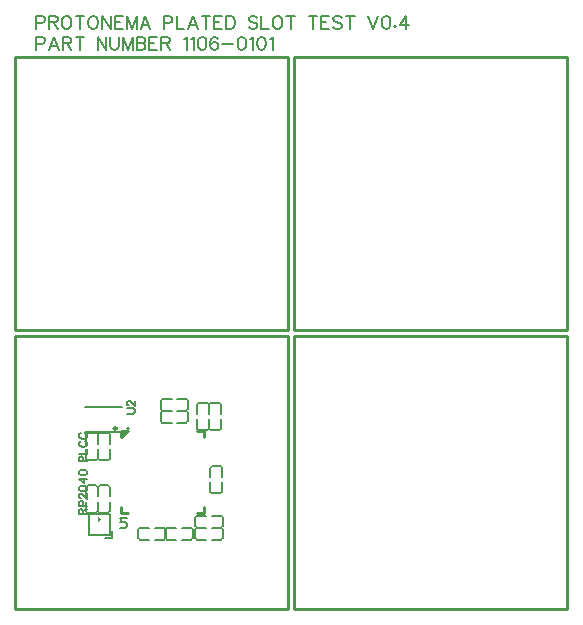
<source format=gto>
G04 Layer: TopSilkscreenLayer*
G04 Panelize: , Column: 2, Row: 2, Board Size: 58.42mm x 58.42mm, Panelized Board Size: 118.84mm x 118.84mm*
G04 EasyEDA v6.5.34, 2023-08-21 18:11:39*
G04 a2cfa06f5d3c446ba3be34bd05ffaa75,5a6b42c53f6a479593ecc07194224c93,10*
G04 Gerber Generator version 0.2*
G04 Scale: 100 percent, Rotated: No, Reflected: No *
G04 Dimensions in millimeters *
G04 leading zeros omitted , absolute positions ,4 integer and 5 decimal *
%FSLAX45Y45*%
%MOMM*%

%ADD10C,0.1524*%
%ADD11C,0.1270*%
%ADD12C,0.2540*%
%ADD13C,0.2000*%

%LPD*%
D10*
X762000Y5423915D02*
G01*
X762000Y5314950D01*
X762000Y5423915D02*
G01*
X808736Y5423915D01*
X824229Y5418836D01*
X829563Y5413502D01*
X834644Y5403087D01*
X834644Y5387594D01*
X829563Y5377179D01*
X824229Y5372100D01*
X808736Y5366765D01*
X762000Y5366765D01*
X910589Y5423915D02*
G01*
X868934Y5314950D01*
X910589Y5423915D02*
G01*
X952245Y5314950D01*
X884681Y5351271D02*
G01*
X936497Y5351271D01*
X986536Y5423915D02*
G01*
X986536Y5314950D01*
X986536Y5423915D02*
G01*
X1033271Y5423915D01*
X1048765Y5418836D01*
X1054100Y5413502D01*
X1059179Y5403087D01*
X1059179Y5392673D01*
X1054100Y5382260D01*
X1048765Y5377179D01*
X1033271Y5372100D01*
X986536Y5372100D01*
X1022857Y5372100D02*
G01*
X1059179Y5314950D01*
X1129792Y5423915D02*
G01*
X1129792Y5314950D01*
X1093470Y5423915D02*
G01*
X1166113Y5423915D01*
X1280413Y5423915D02*
G01*
X1280413Y5314950D01*
X1280413Y5423915D02*
G01*
X1353312Y5314950D01*
X1353312Y5423915D02*
G01*
X1353312Y5314950D01*
X1387602Y5423915D02*
G01*
X1387602Y5345937D01*
X1392681Y5330444D01*
X1403095Y5320029D01*
X1418589Y5314950D01*
X1429004Y5314950D01*
X1444752Y5320029D01*
X1455165Y5330444D01*
X1460245Y5345937D01*
X1460245Y5423915D01*
X1494536Y5423915D02*
G01*
X1494536Y5314950D01*
X1494536Y5423915D02*
G01*
X1536192Y5314950D01*
X1577594Y5423915D02*
G01*
X1536192Y5314950D01*
X1577594Y5423915D02*
G01*
X1577594Y5314950D01*
X1611884Y5423915D02*
G01*
X1611884Y5314950D01*
X1611884Y5423915D02*
G01*
X1658620Y5423915D01*
X1674368Y5418836D01*
X1679447Y5413502D01*
X1684781Y5403087D01*
X1684781Y5392673D01*
X1679447Y5382260D01*
X1674368Y5377179D01*
X1658620Y5372100D01*
X1611884Y5372100D02*
G01*
X1658620Y5372100D01*
X1674368Y5366765D01*
X1679447Y5361686D01*
X1684781Y5351271D01*
X1684781Y5335523D01*
X1679447Y5325110D01*
X1674368Y5320029D01*
X1658620Y5314950D01*
X1611884Y5314950D01*
X1719071Y5423915D02*
G01*
X1719071Y5314950D01*
X1719071Y5423915D02*
G01*
X1786636Y5423915D01*
X1719071Y5372100D02*
G01*
X1760473Y5372100D01*
X1719071Y5314950D02*
G01*
X1786636Y5314950D01*
X1820926Y5423915D02*
G01*
X1820926Y5314950D01*
X1820926Y5423915D02*
G01*
X1867662Y5423915D01*
X1883155Y5418836D01*
X1888489Y5413502D01*
X1893570Y5403087D01*
X1893570Y5392673D01*
X1888489Y5382260D01*
X1883155Y5377179D01*
X1867662Y5372100D01*
X1820926Y5372100D01*
X1857247Y5372100D02*
G01*
X1893570Y5314950D01*
X2007870Y5403087D02*
G01*
X2018284Y5408421D01*
X2033777Y5423915D01*
X2033777Y5314950D01*
X2068068Y5403087D02*
G01*
X2078481Y5408421D01*
X2094229Y5423915D01*
X2094229Y5314950D01*
X2159508Y5423915D02*
G01*
X2144013Y5418836D01*
X2133600Y5403087D01*
X2128520Y5377179D01*
X2128520Y5361686D01*
X2133600Y5335523D01*
X2144013Y5320029D01*
X2159508Y5314950D01*
X2169922Y5314950D01*
X2185670Y5320029D01*
X2195829Y5335523D01*
X2201163Y5361686D01*
X2201163Y5377179D01*
X2195829Y5403087D01*
X2185670Y5418836D01*
X2169922Y5423915D01*
X2159508Y5423915D01*
X2297684Y5408421D02*
G01*
X2292604Y5418836D01*
X2277109Y5423915D01*
X2266695Y5423915D01*
X2250947Y5418836D01*
X2240534Y5403087D01*
X2235454Y5377179D01*
X2235454Y5351271D01*
X2240534Y5330444D01*
X2250947Y5320029D01*
X2266695Y5314950D01*
X2271775Y5314950D01*
X2287270Y5320029D01*
X2297684Y5330444D01*
X2303018Y5345937D01*
X2303018Y5351271D01*
X2297684Y5366765D01*
X2287270Y5377179D01*
X2271775Y5382260D01*
X2266695Y5382260D01*
X2250947Y5377179D01*
X2240534Y5366765D01*
X2235454Y5351271D01*
X2337308Y5361686D02*
G01*
X2430779Y5361686D01*
X2496311Y5423915D02*
G01*
X2480563Y5418836D01*
X2470150Y5403087D01*
X2465070Y5377179D01*
X2465070Y5361686D01*
X2470150Y5335523D01*
X2480563Y5320029D01*
X2496311Y5314950D01*
X2506725Y5314950D01*
X2522220Y5320029D01*
X2532634Y5335523D01*
X2537713Y5361686D01*
X2537713Y5377179D01*
X2532634Y5403087D01*
X2522220Y5418836D01*
X2506725Y5423915D01*
X2496311Y5423915D01*
X2572004Y5403087D02*
G01*
X2582418Y5408421D01*
X2598165Y5423915D01*
X2598165Y5314950D01*
X2663443Y5423915D02*
G01*
X2647950Y5418836D01*
X2637536Y5403087D01*
X2632456Y5377179D01*
X2632456Y5361686D01*
X2637536Y5335523D01*
X2647950Y5320029D01*
X2663443Y5314950D01*
X2673858Y5314950D01*
X2689606Y5320029D01*
X2700020Y5335523D01*
X2705100Y5361686D01*
X2705100Y5377179D01*
X2700020Y5403087D01*
X2689606Y5418836D01*
X2673858Y5423915D01*
X2663443Y5423915D01*
X2739390Y5403087D02*
G01*
X2749804Y5408421D01*
X2765297Y5423915D01*
X2765297Y5314950D01*
X762000Y5601715D02*
G01*
X762000Y5492750D01*
X762000Y5601715D02*
G01*
X808736Y5601715D01*
X824229Y5596636D01*
X829563Y5591302D01*
X834644Y5580887D01*
X834644Y5565394D01*
X829563Y5554979D01*
X824229Y5549900D01*
X808736Y5544565D01*
X762000Y5544565D01*
X868934Y5601715D02*
G01*
X868934Y5492750D01*
X868934Y5601715D02*
G01*
X915670Y5601715D01*
X931418Y5596636D01*
X936497Y5591302D01*
X941831Y5580887D01*
X941831Y5570473D01*
X936497Y5560060D01*
X931418Y5554979D01*
X915670Y5549900D01*
X868934Y5549900D01*
X905510Y5549900D02*
G01*
X941831Y5492750D01*
X1007110Y5601715D02*
G01*
X996950Y5596636D01*
X986536Y5586221D01*
X981202Y5575807D01*
X976121Y5560060D01*
X976121Y5534152D01*
X981202Y5518657D01*
X986536Y5508244D01*
X996950Y5497829D01*
X1007110Y5492750D01*
X1027937Y5492750D01*
X1038352Y5497829D01*
X1048765Y5508244D01*
X1054100Y5518657D01*
X1059179Y5534152D01*
X1059179Y5560060D01*
X1054100Y5575807D01*
X1048765Y5586221D01*
X1038352Y5596636D01*
X1027937Y5601715D01*
X1007110Y5601715D01*
X1129792Y5601715D02*
G01*
X1129792Y5492750D01*
X1093470Y5601715D02*
G01*
X1166113Y5601715D01*
X1231645Y5601715D02*
G01*
X1221231Y5596636D01*
X1210818Y5586221D01*
X1205737Y5575807D01*
X1200404Y5560060D01*
X1200404Y5534152D01*
X1205737Y5518657D01*
X1210818Y5508244D01*
X1221231Y5497829D01*
X1231645Y5492750D01*
X1252473Y5492750D01*
X1262887Y5497829D01*
X1273302Y5508244D01*
X1278381Y5518657D01*
X1283715Y5534152D01*
X1283715Y5560060D01*
X1278381Y5575807D01*
X1273302Y5586221D01*
X1262887Y5596636D01*
X1252473Y5601715D01*
X1231645Y5601715D01*
X1318005Y5601715D02*
G01*
X1318005Y5492750D01*
X1318005Y5601715D02*
G01*
X1390650Y5492750D01*
X1390650Y5601715D02*
G01*
X1390650Y5492750D01*
X1424939Y5601715D02*
G01*
X1424939Y5492750D01*
X1424939Y5601715D02*
G01*
X1492504Y5601715D01*
X1424939Y5549900D02*
G01*
X1466595Y5549900D01*
X1424939Y5492750D02*
G01*
X1492504Y5492750D01*
X1526794Y5601715D02*
G01*
X1526794Y5492750D01*
X1526794Y5601715D02*
G01*
X1568450Y5492750D01*
X1609852Y5601715D02*
G01*
X1568450Y5492750D01*
X1609852Y5601715D02*
G01*
X1609852Y5492750D01*
X1685797Y5601715D02*
G01*
X1644142Y5492750D01*
X1685797Y5601715D02*
G01*
X1727200Y5492750D01*
X1659889Y5529071D02*
G01*
X1711705Y5529071D01*
X1841500Y5601715D02*
G01*
X1841500Y5492750D01*
X1841500Y5601715D02*
G01*
X1888489Y5601715D01*
X1903984Y5596636D01*
X1909063Y5591302D01*
X1914397Y5580887D01*
X1914397Y5565394D01*
X1909063Y5554979D01*
X1903984Y5549900D01*
X1888489Y5544565D01*
X1841500Y5544565D01*
X1948688Y5601715D02*
G01*
X1948688Y5492750D01*
X1948688Y5492750D02*
G01*
X2010918Y5492750D01*
X2086863Y5601715D02*
G01*
X2045208Y5492750D01*
X2086863Y5601715D02*
G01*
X2128520Y5492750D01*
X2060956Y5529071D02*
G01*
X2112772Y5529071D01*
X2199131Y5601715D02*
G01*
X2199131Y5492750D01*
X2162809Y5601715D02*
G01*
X2235454Y5601715D01*
X2269743Y5601715D02*
G01*
X2269743Y5492750D01*
X2269743Y5601715D02*
G01*
X2337308Y5601715D01*
X2269743Y5549900D02*
G01*
X2311400Y5549900D01*
X2269743Y5492750D02*
G01*
X2337308Y5492750D01*
X2371597Y5601715D02*
G01*
X2371597Y5492750D01*
X2371597Y5601715D02*
G01*
X2407920Y5601715D01*
X2423413Y5596636D01*
X2433827Y5586221D01*
X2439161Y5575807D01*
X2444241Y5560060D01*
X2444241Y5534152D01*
X2439161Y5518657D01*
X2433827Y5508244D01*
X2423413Y5497829D01*
X2407920Y5492750D01*
X2371597Y5492750D01*
X2631440Y5586221D02*
G01*
X2621025Y5596636D01*
X2605277Y5601715D01*
X2584450Y5601715D01*
X2568956Y5596636D01*
X2558541Y5586221D01*
X2558541Y5575807D01*
X2563875Y5565394D01*
X2568956Y5560060D01*
X2579370Y5554979D01*
X2610611Y5544565D01*
X2621025Y5539486D01*
X2626106Y5534152D01*
X2631440Y5523737D01*
X2631440Y5508244D01*
X2621025Y5497829D01*
X2605277Y5492750D01*
X2584450Y5492750D01*
X2568956Y5497829D01*
X2558541Y5508244D01*
X2665729Y5601715D02*
G01*
X2665729Y5492750D01*
X2665729Y5492750D02*
G01*
X2727959Y5492750D01*
X2793491Y5601715D02*
G01*
X2783077Y5596636D01*
X2772663Y5586221D01*
X2767329Y5575807D01*
X2762250Y5560060D01*
X2762250Y5534152D01*
X2767329Y5518657D01*
X2772663Y5508244D01*
X2783077Y5497829D01*
X2793491Y5492750D01*
X2814320Y5492750D01*
X2824479Y5497829D01*
X2834893Y5508244D01*
X2840227Y5518657D01*
X2845308Y5534152D01*
X2845308Y5560060D01*
X2840227Y5575807D01*
X2834893Y5586221D01*
X2824479Y5596636D01*
X2814320Y5601715D01*
X2793491Y5601715D01*
X2915920Y5601715D02*
G01*
X2915920Y5492750D01*
X2879597Y5601715D02*
G01*
X2952495Y5601715D01*
X3103118Y5601715D02*
G01*
X3103118Y5492750D01*
X3066795Y5601715D02*
G01*
X3139440Y5601715D01*
X3173729Y5601715D02*
G01*
X3173729Y5492750D01*
X3173729Y5601715D02*
G01*
X3241293Y5601715D01*
X3173729Y5549900D02*
G01*
X3215386Y5549900D01*
X3173729Y5492750D02*
G01*
X3241293Y5492750D01*
X3348227Y5586221D02*
G01*
X3337813Y5596636D01*
X3322320Y5601715D01*
X3301491Y5601715D01*
X3285997Y5596636D01*
X3275584Y5586221D01*
X3275584Y5575807D01*
X3280663Y5565394D01*
X3285997Y5560060D01*
X3296411Y5554979D01*
X3327400Y5544565D01*
X3337813Y5539486D01*
X3343147Y5534152D01*
X3348227Y5523737D01*
X3348227Y5508244D01*
X3337813Y5497829D01*
X3322320Y5492750D01*
X3301491Y5492750D01*
X3285997Y5497829D01*
X3275584Y5508244D01*
X3418840Y5601715D02*
G01*
X3418840Y5492750D01*
X3382518Y5601715D02*
G01*
X3455415Y5601715D01*
X3569715Y5601715D02*
G01*
X3611118Y5492750D01*
X3652774Y5601715D02*
G01*
X3611118Y5492750D01*
X3718306Y5601715D02*
G01*
X3702558Y5596636D01*
X3692143Y5580887D01*
X3687063Y5554979D01*
X3687063Y5539486D01*
X3692143Y5513323D01*
X3702558Y5497829D01*
X3718306Y5492750D01*
X3728720Y5492750D01*
X3744213Y5497829D01*
X3754627Y5513323D01*
X3759708Y5539486D01*
X3759708Y5554979D01*
X3754627Y5580887D01*
X3744213Y5596636D01*
X3728720Y5601715D01*
X3718306Y5601715D01*
X3799331Y5518657D02*
G01*
X3793997Y5513323D01*
X3799331Y5508244D01*
X3804411Y5513323D01*
X3799331Y5518657D01*
X3890772Y5601715D02*
G01*
X3838702Y5529071D01*
X3916679Y5529071D01*
X3890772Y5601715D02*
G01*
X3890772Y5492750D01*
X1123182Y1384302D02*
G01*
X1189984Y1384302D01*
X1123182Y1384302D02*
G01*
X1123182Y1413004D01*
X1126230Y1422402D01*
X1129532Y1425704D01*
X1135882Y1428752D01*
X1142232Y1428752D01*
X1148582Y1425704D01*
X1151884Y1422402D01*
X1154932Y1413004D01*
X1154932Y1384302D01*
X1154932Y1406654D02*
G01*
X1189984Y1428752D01*
X1123182Y1449834D02*
G01*
X1189984Y1449834D01*
X1123182Y1449834D02*
G01*
X1123182Y1478536D01*
X1126230Y1487934D01*
X1129532Y1491236D01*
X1135882Y1494284D01*
X1145534Y1494284D01*
X1151884Y1491236D01*
X1154932Y1487934D01*
X1158234Y1478536D01*
X1158234Y1449834D01*
X1139184Y1518668D02*
G01*
X1135882Y1518668D01*
X1129532Y1521716D01*
X1126230Y1525018D01*
X1123182Y1531368D01*
X1123182Y1544068D01*
X1126230Y1550418D01*
X1129532Y1553466D01*
X1135882Y1556768D01*
X1142232Y1556768D01*
X1148582Y1553466D01*
X1158234Y1547116D01*
X1189984Y1515366D01*
X1189984Y1559816D01*
X1123182Y1599948D02*
G01*
X1126230Y1590550D01*
X1135882Y1584200D01*
X1151884Y1580898D01*
X1161282Y1580898D01*
X1177284Y1584200D01*
X1186682Y1590550D01*
X1189984Y1599948D01*
X1189984Y1606298D01*
X1186682Y1615950D01*
X1177284Y1622300D01*
X1161282Y1625602D01*
X1151884Y1625602D01*
X1135882Y1622300D01*
X1126230Y1615950D01*
X1123182Y1606298D01*
X1123182Y1599948D01*
X1123182Y1678180D02*
G01*
X1167632Y1646430D01*
X1167632Y1694182D01*
X1123182Y1678180D02*
G01*
X1189984Y1678180D01*
X1123182Y1734314D02*
G01*
X1126230Y1724662D01*
X1135882Y1718312D01*
X1151884Y1715264D01*
X1161282Y1715264D01*
X1177284Y1718312D01*
X1186682Y1724662D01*
X1189984Y1734314D01*
X1189984Y1740664D01*
X1186682Y1750316D01*
X1177284Y1756666D01*
X1161282Y1759714D01*
X1151884Y1759714D01*
X1135882Y1756666D01*
X1126230Y1750316D01*
X1123182Y1740664D01*
X1123182Y1734314D01*
X1123182Y1829818D02*
G01*
X1189984Y1829818D01*
X1123182Y1829818D02*
G01*
X1123182Y1858266D01*
X1126230Y1867918D01*
X1129532Y1871220D01*
X1135882Y1874268D01*
X1145534Y1874268D01*
X1151884Y1871220D01*
X1154932Y1867918D01*
X1158234Y1858266D01*
X1158234Y1829818D01*
X1123182Y1895350D02*
G01*
X1189984Y1895350D01*
X1189984Y1895350D02*
G01*
X1189984Y1933450D01*
X1139184Y2002284D02*
G01*
X1132580Y1998982D01*
X1126230Y1992632D01*
X1123182Y1986282D01*
X1123182Y1973582D01*
X1126230Y1967232D01*
X1132580Y1960882D01*
X1139184Y1957580D01*
X1148582Y1954532D01*
X1164584Y1954532D01*
X1173982Y1957580D01*
X1180332Y1960882D01*
X1186682Y1967232D01*
X1189984Y1973582D01*
X1189984Y1986282D01*
X1186682Y1992632D01*
X1180332Y1998982D01*
X1173982Y2002284D01*
X1139184Y2070864D02*
G01*
X1132580Y2067816D01*
X1126230Y2061466D01*
X1123182Y2055116D01*
X1123182Y2042416D01*
X1126230Y2035812D01*
X1132580Y2029462D01*
X1139184Y2026414D01*
X1148582Y2023112D01*
X1164584Y2023112D01*
X1173982Y2026414D01*
X1180332Y2029462D01*
X1186682Y2035812D01*
X1189984Y2042416D01*
X1189984Y2055116D01*
X1186682Y2061466D01*
X1180332Y2067816D01*
X1173982Y2070864D01*
X1529580Y2235202D02*
G01*
X1577332Y2235202D01*
X1586730Y2238250D01*
X1593080Y2244854D01*
X1596382Y2254252D01*
X1596382Y2260602D01*
X1593080Y2270254D01*
X1586730Y2276604D01*
X1577332Y2279652D01*
X1529580Y2279652D01*
X1545582Y2304036D02*
G01*
X1542280Y2304036D01*
X1535930Y2307084D01*
X1532628Y2310386D01*
X1529580Y2316736D01*
X1529580Y2329436D01*
X1532628Y2335786D01*
X1535930Y2338834D01*
X1542280Y2342136D01*
X1548630Y2342136D01*
X1554980Y2338834D01*
X1564632Y2332484D01*
X1596382Y2300734D01*
X1596382Y2345184D01*
X1466085Y1269987D02*
G01*
X1513837Y1269987D01*
X1523235Y1273289D01*
X1529585Y1279639D01*
X1532887Y1289037D01*
X1532887Y1295387D01*
X1529585Y1305039D01*
X1523235Y1311389D01*
X1513837Y1314437D01*
X1466085Y1314437D01*
X1478785Y1335519D02*
G01*
X1475483Y1341869D01*
X1466085Y1351521D01*
X1532887Y1351521D01*
G36*
X1282903Y1365402D02*
G01*
X1282903Y1320393D01*
X1305407Y1342898D01*
G37*
D11*
X1345448Y1185402D02*
G01*
X1405392Y1185402D01*
X1405392Y1240520D01*
X1205392Y1205417D02*
G01*
X1205392Y1385427D01*
X1385402Y1385427D01*
X1385402Y1205417D01*
X1205392Y1205417D01*
D10*
X1383357Y1533921D02*
G01*
X1383357Y1612927D01*
X1283637Y1612927D02*
G01*
X1283639Y1533918D01*
X1368115Y1628167D02*
G01*
X1298877Y1628165D01*
X1283637Y1409666D02*
G01*
X1283637Y1488673D01*
X1383355Y1488676D02*
G01*
X1383357Y1409666D01*
X1368117Y1394429D02*
G01*
X1298879Y1394426D01*
X1281757Y1533921D02*
G01*
X1281757Y1612927D01*
X1182037Y1612927D02*
G01*
X1182039Y1533918D01*
X1266515Y1628167D02*
G01*
X1197277Y1628165D01*
X1182037Y1409666D02*
G01*
X1182037Y1488673D01*
X1281755Y1488676D02*
G01*
X1281757Y1409666D01*
X1266517Y1394429D02*
G01*
X1197279Y1394426D01*
X1281757Y1978418D02*
G01*
X1281757Y2057425D01*
X1182037Y2057425D02*
G01*
X1182039Y1978416D01*
X1266515Y2072665D02*
G01*
X1197277Y2072662D01*
X1182037Y1854164D02*
G01*
X1182037Y1933171D01*
X1281755Y1933173D02*
G01*
X1281757Y1854164D01*
X1266517Y1838926D02*
G01*
X1197279Y1838924D01*
X1383357Y1978418D02*
G01*
X1383357Y2057425D01*
X1283637Y2057425D02*
G01*
X1283639Y1978416D01*
X1368115Y2072665D02*
G01*
X1298877Y2072662D01*
X1283637Y1854164D02*
G01*
X1283637Y1933171D01*
X1383355Y1933173D02*
G01*
X1383357Y1854164D01*
X1368117Y1838926D02*
G01*
X1298879Y1838924D01*
X1491101Y2292027D02*
G01*
X1175865Y2292027D01*
X1175865Y2076780D02*
G01*
X1491101Y2076780D01*
X2223434Y2187171D02*
G01*
X2223434Y2108164D01*
X2323155Y2108164D02*
G01*
X2323152Y2187173D01*
X2238677Y2092924D02*
G01*
X2307915Y2092926D01*
X2323155Y2311425D02*
G01*
X2323155Y2232418D01*
X2223437Y2232416D02*
G01*
X2223434Y2311425D01*
X2238674Y2326662D02*
G01*
X2307912Y2326665D01*
X2236134Y1653773D02*
G01*
X2236134Y1574766D01*
X2335855Y1574766D02*
G01*
X2335852Y1653776D01*
X2251377Y1559526D02*
G01*
X2320615Y1559529D01*
X2335855Y1778027D02*
G01*
X2335855Y1699021D01*
X2236137Y1699018D02*
G01*
X2236134Y1778027D01*
X2251374Y1793265D02*
G01*
X2320612Y1793267D01*
X2199871Y1370657D02*
G01*
X2120864Y1370657D01*
X2120864Y1270937D02*
G01*
X2199873Y1270939D01*
X2105624Y1355415D02*
G01*
X2105626Y1286177D01*
X2324125Y1270937D02*
G01*
X2245118Y1270937D01*
X2245116Y1370655D02*
G01*
X2324125Y1370657D01*
X2339362Y1355417D02*
G01*
X2339365Y1286179D01*
X2121834Y2187171D02*
G01*
X2121834Y2108164D01*
X2221555Y2108164D02*
G01*
X2221552Y2187173D01*
X2137077Y2092924D02*
G01*
X2206315Y2092926D01*
X2221555Y2311425D02*
G01*
X2221555Y2232418D01*
X2121837Y2232416D02*
G01*
X2121834Y2311425D01*
X2137074Y2326662D02*
G01*
X2206312Y2326665D01*
X1953018Y2261534D02*
G01*
X2032025Y2261534D01*
X2032025Y2361255D02*
G01*
X1953016Y2361252D01*
X2047265Y2276777D02*
G01*
X2047262Y2346015D01*
X1828764Y2361255D02*
G01*
X1907771Y2361255D01*
X1907773Y2261537D02*
G01*
X1828764Y2261534D01*
X1813526Y2276774D02*
G01*
X1813524Y2346012D01*
X1953018Y2159934D02*
G01*
X2032025Y2159934D01*
X2032025Y2259655D02*
G01*
X1953016Y2259652D01*
X2047265Y2175177D02*
G01*
X2047262Y2244415D01*
X1828764Y2259655D02*
G01*
X1907771Y2259655D01*
X1907773Y2159937D02*
G01*
X1828764Y2159934D01*
X1813526Y2175174D02*
G01*
X1813524Y2244412D01*
D12*
X1504698Y2089899D02*
G01*
X1504698Y2080214D01*
X1478790Y2054306D01*
X1478790Y2033015D02*
G01*
X1535678Y2089899D01*
X1478790Y2033015D02*
G01*
X1478790Y2089899D01*
X1535678Y1389905D02*
G01*
X1488793Y1389905D01*
X1478790Y1389905D01*
X1478790Y1446789D01*
X2178789Y1446789D02*
G01*
X2178789Y1389905D01*
X2121905Y1389905D01*
X2121905Y2089899D02*
G01*
X2178789Y2089899D01*
X2178789Y2033015D01*
X1478790Y2089899D02*
G01*
X1535678Y2089899D01*
D10*
X2199871Y1269057D02*
G01*
X2120864Y1269057D01*
X2120864Y1169337D02*
G01*
X2199873Y1169339D01*
X2105624Y1253815D02*
G01*
X2105626Y1184577D01*
X2324125Y1169337D02*
G01*
X2245118Y1169337D01*
X2245116Y1269055D02*
G01*
X2324125Y1269057D01*
X2339362Y1253817D02*
G01*
X2339365Y1184579D01*
X1945871Y1269057D02*
G01*
X1866864Y1269057D01*
X1866864Y1169337D02*
G01*
X1945873Y1169339D01*
X1851624Y1253815D02*
G01*
X1851626Y1184577D01*
X2070125Y1169337D02*
G01*
X1991118Y1169337D01*
X1991116Y1269055D02*
G01*
X2070125Y1269057D01*
X2085362Y1253817D02*
G01*
X2085365Y1184579D01*
X1762521Y1169337D02*
G01*
X1841527Y1169337D01*
X1841527Y1269057D02*
G01*
X1762518Y1269055D01*
X1856767Y1184579D02*
G01*
X1856765Y1253817D01*
X1638266Y1269057D02*
G01*
X1717273Y1269057D01*
X1717276Y1169339D02*
G01*
X1638266Y1169337D01*
X1623029Y1184577D02*
G01*
X1623026Y1253815D01*
G75*
G01*
X1383358Y1612928D02*
G03*
X1368115Y1628168I-15240J0D01*
G75*
G01*
X1298877Y1628165D02*
G03*
X1283637Y1612928I0J-15240D01*
G75*
G01*
X1383358Y1409667D02*
G02*
X1368118Y1394430I-15240J3D01*
G75*
G01*
X1298880Y1394427D02*
G02*
X1283637Y1409667I-3J15240D01*
G75*
G01*
X1281758Y1612928D02*
G03*
X1266515Y1628168I-15240J0D01*
G75*
G01*
X1197277Y1628165D02*
G03*
X1182037Y1612928I0J-15240D01*
G75*
G01*
X1281758Y1409667D02*
G02*
X1266518Y1394430I-15240J3D01*
G75*
G01*
X1197280Y1394427D02*
G02*
X1182037Y1409667I-3J15240D01*
G75*
G01*
X1281758Y2057425D02*
G03*
X1266515Y2072665I-15240J0D01*
G75*
G01*
X1197277Y2072663D02*
G03*
X1182037Y2057425I0J-15240D01*
G75*
G01*
X1281758Y1854164D02*
G02*
X1266518Y1838927I-15240J3D01*
G75*
G01*
X1197280Y1838924D02*
G02*
X1182037Y1854164I-3J15240D01*
G75*
G01*
X1383358Y2057425D02*
G03*
X1368115Y2072665I-15240J0D01*
G75*
G01*
X1298877Y2072663D02*
G03*
X1283637Y2057425I0J-15240D01*
G75*
G01*
X1383358Y1854164D02*
G02*
X1368118Y1838927I-15240J3D01*
G75*
G01*
X1298880Y1838924D02*
G02*
X1283637Y1854164I-3J15240D01*
G75*
G01*
X2223435Y2108164D02*
G03*
X2238677Y2092924I15240J0D01*
G75*
G01*
X2307915Y2092927D02*
G03*
X2323155Y2108164I0J15240D01*
G75*
G01*
X2223435Y2311425D02*
G02*
X2238675Y2326663I15240J-2D01*
G75*
G01*
X2307913Y2326665D02*
G02*
X2323155Y2311425I2J-15240D01*
G75*
G01*
X2236135Y1574767D02*
G03*
X2251377Y1559527I15240J0D01*
G75*
G01*
X2320615Y1559530D02*
G03*
X2335855Y1574767I0J15240D01*
G75*
G01*
X2236135Y1778028D02*
G02*
X2251375Y1793265I15240J-3D01*
G75*
G01*
X2320613Y1793268D02*
G02*
X2335855Y1778028I2J-15240D01*
G75*
G01*
X2120864Y1370658D02*
G03*
X2105624Y1355415I0J-15240D01*
G75*
G01*
X2105627Y1286177D02*
G03*
X2120864Y1270937I15240J0D01*
G75*
G01*
X2324125Y1370658D02*
G02*
X2339363Y1355418I-2J-15240D01*
G75*
G01*
X2339365Y1286180D02*
G02*
X2324125Y1270937I-15240J-3D01*
G75*
G01*
X2121835Y2108164D02*
G03*
X2137077Y2092924I15240J0D01*
G75*
G01*
X2206315Y2092927D02*
G03*
X2221555Y2108164I0J15240D01*
G75*
G01*
X2121835Y2311425D02*
G02*
X2137075Y2326663I15240J-2D01*
G75*
G01*
X2206313Y2326665D02*
G02*
X2221555Y2311425I2J-15240D01*
G75*
G01*
X2032025Y2261535D02*
G03*
X2047265Y2276777I0J15240D01*
G75*
G01*
X2047263Y2346015D02*
G03*
X2032025Y2361255I-15240J0D01*
G75*
G01*
X1828764Y2261535D02*
G02*
X1813527Y2276775I3J15240D01*
G75*
G01*
X1813524Y2346013D02*
G02*
X1828764Y2361255I15240J2D01*
G75*
G01*
X2032025Y2159935D02*
G03*
X2047265Y2175177I0J15240D01*
G75*
G01*
X2047263Y2244415D02*
G03*
X2032025Y2259655I-15240J0D01*
G75*
G01*
X1828764Y2159935D02*
G02*
X1813527Y2175175I3J15240D01*
G75*
G01*
X1813524Y2244413D02*
G02*
X1828764Y2259655I15240J2D01*
G75*
G01*
X2120864Y1269058D02*
G03*
X2105624Y1253815I0J-15240D01*
G75*
G01*
X2105627Y1184577D02*
G03*
X2120864Y1169337I15240J0D01*
G75*
G01*
X2324125Y1269058D02*
G02*
X2339363Y1253818I-2J-15240D01*
G75*
G01*
X2339365Y1184580D02*
G02*
X2324125Y1169337I-15240J-3D01*
G75*
G01*
X1866864Y1269058D02*
G03*
X1851624Y1253815I0J-15240D01*
G75*
G01*
X1851627Y1184577D02*
G03*
X1866864Y1169337I15240J0D01*
G75*
G01*
X2070125Y1269058D02*
G02*
X2085363Y1253818I-2J-15240D01*
G75*
G01*
X2085365Y1184580D02*
G02*
X2070125Y1169337I-15240J-3D01*
G75*
G01*
X1841528Y1169337D02*
G03*
X1856768Y1184580I0J15240D01*
G75*
G01*
X1856765Y1253818D02*
G03*
X1841528Y1269058I-15240J0D01*
G75*
G01*
X1638267Y1169337D02*
G02*
X1623030Y1184577I3J15240D01*
G75*
G01*
X1623027Y1253815D02*
G02*
X1638267Y1269058I15240J3D01*
D13*
G75*
G01
X1546708Y2108200D02*
G03X1546708Y2108200I-10008J0D01*
D12*
G75*
G01
X1441501Y2109902D02*
G03X1441501Y2109902I-12700J0D01*
X584200Y5257774D02*
G01*
X2895600Y5257774D01*
X2895600Y2946374D01*
X584200Y2946374D01*
X584200Y5257774D01*
X2946400Y2895600D02*
G01*
X5257800Y2895600D01*
X5257800Y584200D01*
X2946400Y584200D01*
X2946400Y2895600D01*
X2946400Y5257800D02*
G01*
X5257800Y5257800D01*
X5257800Y2946400D01*
X2946400Y2946400D01*
X2946400Y5257800D01*
X584225Y2895600D02*
G01*
X2895625Y2895600D01*
X2895625Y584200D01*
X584225Y584200D01*
X584225Y2895600D01*
M02*

</source>
